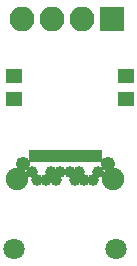
<source format=gts>
G04 #@! TF.GenerationSoftware,KiCad,Pcbnew,5.0-dev-unknown-3a73e77~62~ubuntu17.10.1*
G04 #@! TF.CreationDate,2018-02-27T23:18:37-07:00*
G04 #@! TF.ProjectId,CH340G-TYPE-C,4348333430472D545950452D432E6B69,rev?*
G04 #@! TF.SameCoordinates,Original*
G04 #@! TF.FileFunction,Soldermask,Top*
G04 #@! TF.FilePolarity,Negative*
%FSLAX46Y46*%
G04 Gerber Fmt 4.6, Leading zero omitted, Abs format (unit mm)*
G04 Created by KiCad (PCBNEW 5.0-dev-unknown-3a73e77~62~ubuntu17.10.1) date Tue Feb 27 23:18:37 2018*
%MOMM*%
%LPD*%
G01*
G04 APERTURE LIST*
%ADD10C,1.900000*%
%ADD11R,0.700000X1.100000*%
%ADD12C,1.800000*%
%ADD13C,1.250000*%
%ADD14C,1.000000*%
%ADD15R,2.100000X2.100000*%
%ADD16O,2.100000X2.100000*%
%ADD17R,1.400000X1.245000*%
G04 APERTURE END LIST*
D10*
X135302143Y-92257500D03*
D11*
X136582143Y-90347500D03*
X137082143Y-90347500D03*
X137582143Y-90347500D03*
X138082143Y-90347500D03*
X138582143Y-90347500D03*
X139082143Y-90347500D03*
X139582143Y-90347500D03*
X142082143Y-90347500D03*
X141082143Y-90347500D03*
X140582143Y-90347500D03*
X140082143Y-90347500D03*
X141582143Y-90347500D03*
D10*
X143362143Y-92257500D03*
D12*
X143662143Y-98207500D03*
X135002143Y-98207500D03*
D13*
X142932143Y-91007500D03*
X135732143Y-91007500D03*
D14*
X142132143Y-91657500D03*
X140532143Y-91657500D03*
X139732143Y-91657500D03*
X138932143Y-91657500D03*
X138132143Y-91657500D03*
X136532143Y-91657500D03*
X141732143Y-92357500D03*
X140932143Y-92357500D03*
X140132143Y-92357500D03*
X138532143Y-92357500D03*
X137732143Y-92357500D03*
X136932143Y-92357500D03*
D15*
X143300000Y-78700000D03*
D16*
X140760000Y-78700000D03*
X138220000Y-78700000D03*
X135680000Y-78700000D03*
D17*
X144500000Y-85500000D03*
X144500000Y-83575000D03*
X135000000Y-85500000D03*
X135000000Y-83575000D03*
M02*

</source>
